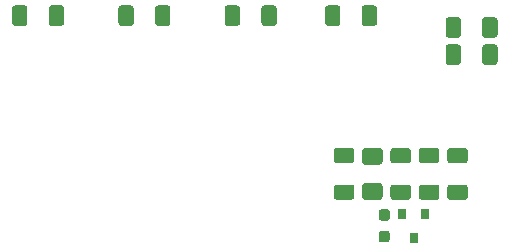
<source format=gbr>
%TF.GenerationSoftware,KiCad,Pcbnew,(5.1.9-0-10_14)*%
%TF.CreationDate,2021-05-02T07:47:22+01:00*%
%TF.ProjectId,Access,41636365-7373-42e6-9b69-6361645f7063,1*%
%TF.SameCoordinates,Original*%
%TF.FileFunction,Paste,Bot*%
%TF.FilePolarity,Positive*%
%FSLAX46Y46*%
G04 Gerber Fmt 4.6, Leading zero omitted, Abs format (unit mm)*
G04 Created by KiCad (PCBNEW (5.1.9-0-10_14)) date 2021-05-02 07:47:22*
%MOMM*%
%LPD*%
G01*
G04 APERTURE LIST*
%ADD10R,0.800000X0.900000*%
G04 APERTURE END LIST*
%TO.C,R10*%
G36*
G01*
X149612500Y-75112500D02*
X150087500Y-75112500D01*
G75*
G02*
X150325000Y-75350000I0J-237500D01*
G01*
X150325000Y-75850000D01*
G75*
G02*
X150087500Y-76087500I-237500J0D01*
G01*
X149612500Y-76087500D01*
G75*
G02*
X149375000Y-75850000I0J237500D01*
G01*
X149375000Y-75350000D01*
G75*
G02*
X149612500Y-75112500I237500J0D01*
G01*
G37*
G36*
G01*
X149612500Y-73287500D02*
X150087500Y-73287500D01*
G75*
G02*
X150325000Y-73525000I0J-237500D01*
G01*
X150325000Y-74025000D01*
G75*
G02*
X150087500Y-74262500I-237500J0D01*
G01*
X149612500Y-74262500D01*
G75*
G02*
X149375000Y-74025000I0J237500D01*
G01*
X149375000Y-73525000D01*
G75*
G02*
X149612500Y-73287500I237500J0D01*
G01*
G37*
%TD*%
%TO.C,D1*%
G36*
G01*
X149475000Y-69525000D02*
X148225000Y-69525000D01*
G75*
G02*
X147975000Y-69275000I0J250000D01*
G01*
X147975000Y-68350000D01*
G75*
G02*
X148225000Y-68100000I250000J0D01*
G01*
X149475000Y-68100000D01*
G75*
G02*
X149725000Y-68350000I0J-250000D01*
G01*
X149725000Y-69275000D01*
G75*
G02*
X149475000Y-69525000I-250000J0D01*
G01*
G37*
G36*
G01*
X149475000Y-72500000D02*
X148225000Y-72500000D01*
G75*
G02*
X147975000Y-72250000I0J250000D01*
G01*
X147975000Y-71325000D01*
G75*
G02*
X148225000Y-71075000I250000J0D01*
G01*
X149475000Y-71075000D01*
G75*
G02*
X149725000Y-71325000I0J-250000D01*
G01*
X149725000Y-72250000D01*
G75*
G02*
X149475000Y-72500000I-250000J0D01*
G01*
G37*
%TD*%
%TO.C,R11*%
G36*
G01*
X147075001Y-69400000D02*
X145824999Y-69400000D01*
G75*
G02*
X145575000Y-69150001I0J249999D01*
G01*
X145575000Y-68349999D01*
G75*
G02*
X145824999Y-68100000I249999J0D01*
G01*
X147075001Y-68100000D01*
G75*
G02*
X147325000Y-68349999I0J-249999D01*
G01*
X147325000Y-69150001D01*
G75*
G02*
X147075001Y-69400000I-249999J0D01*
G01*
G37*
G36*
G01*
X147075001Y-72500000D02*
X145824999Y-72500000D01*
G75*
G02*
X145575000Y-72250001I0J249999D01*
G01*
X145575000Y-71449999D01*
G75*
G02*
X145824999Y-71200000I249999J0D01*
G01*
X147075001Y-71200000D01*
G75*
G02*
X147325000Y-71449999I0J-249999D01*
G01*
X147325000Y-72250001D01*
G75*
G02*
X147075001Y-72500000I-249999J0D01*
G01*
G37*
%TD*%
%TO.C,R9*%
G36*
G01*
X151875001Y-69400000D02*
X150624999Y-69400000D01*
G75*
G02*
X150375000Y-69150001I0J249999D01*
G01*
X150375000Y-68349999D01*
G75*
G02*
X150624999Y-68100000I249999J0D01*
G01*
X151875001Y-68100000D01*
G75*
G02*
X152125000Y-68349999I0J-249999D01*
G01*
X152125000Y-69150001D01*
G75*
G02*
X151875001Y-69400000I-249999J0D01*
G01*
G37*
G36*
G01*
X151875001Y-72500000D02*
X150624999Y-72500000D01*
G75*
G02*
X150375000Y-72250001I0J249999D01*
G01*
X150375000Y-71449999D01*
G75*
G02*
X150624999Y-71200000I249999J0D01*
G01*
X151875001Y-71200000D01*
G75*
G02*
X152125000Y-71449999I0J-249999D01*
G01*
X152125000Y-72250001D01*
G75*
G02*
X151875001Y-72500000I-249999J0D01*
G01*
G37*
%TD*%
%TO.C,R8*%
G36*
G01*
X153024999Y-71200000D02*
X154275001Y-71200000D01*
G75*
G02*
X154525000Y-71449999I0J-249999D01*
G01*
X154525000Y-72250001D01*
G75*
G02*
X154275001Y-72500000I-249999J0D01*
G01*
X153024999Y-72500000D01*
G75*
G02*
X152775000Y-72250001I0J249999D01*
G01*
X152775000Y-71449999D01*
G75*
G02*
X153024999Y-71200000I249999J0D01*
G01*
G37*
G36*
G01*
X153024999Y-68100000D02*
X154275001Y-68100000D01*
G75*
G02*
X154525000Y-68349999I0J-249999D01*
G01*
X154525000Y-69150001D01*
G75*
G02*
X154275001Y-69400000I-249999J0D01*
G01*
X153024999Y-69400000D01*
G75*
G02*
X152775000Y-69150001I0J249999D01*
G01*
X152775000Y-68349999D01*
G75*
G02*
X153024999Y-68100000I249999J0D01*
G01*
G37*
%TD*%
%TO.C,R7*%
G36*
G01*
X155424999Y-71200000D02*
X156675001Y-71200000D01*
G75*
G02*
X156925000Y-71449999I0J-249999D01*
G01*
X156925000Y-72250001D01*
G75*
G02*
X156675001Y-72500000I-249999J0D01*
G01*
X155424999Y-72500000D01*
G75*
G02*
X155175000Y-72250001I0J249999D01*
G01*
X155175000Y-71449999D01*
G75*
G02*
X155424999Y-71200000I249999J0D01*
G01*
G37*
G36*
G01*
X155424999Y-68100000D02*
X156675001Y-68100000D01*
G75*
G02*
X156925000Y-68349999I0J-249999D01*
G01*
X156925000Y-69150001D01*
G75*
G02*
X156675001Y-69400000I-249999J0D01*
G01*
X155424999Y-69400000D01*
G75*
G02*
X155175000Y-69150001I0J249999D01*
G01*
X155175000Y-68349999D01*
G75*
G02*
X155424999Y-68100000I249999J0D01*
G01*
G37*
%TD*%
%TO.C,R4*%
G36*
G01*
X146150000Y-56274999D02*
X146150000Y-57525001D01*
G75*
G02*
X145900001Y-57775000I-249999J0D01*
G01*
X145099999Y-57775000D01*
G75*
G02*
X144850000Y-57525001I0J249999D01*
G01*
X144850000Y-56274999D01*
G75*
G02*
X145099999Y-56025000I249999J0D01*
G01*
X145900001Y-56025000D01*
G75*
G02*
X146150000Y-56274999I0J-249999D01*
G01*
G37*
G36*
G01*
X149250000Y-56274999D02*
X149250000Y-57525001D01*
G75*
G02*
X149000001Y-57775000I-249999J0D01*
G01*
X148199999Y-57775000D01*
G75*
G02*
X147950000Y-57525001I0J249999D01*
G01*
X147950000Y-56274999D01*
G75*
G02*
X148199999Y-56025000I249999J0D01*
G01*
X149000001Y-56025000D01*
G75*
G02*
X149250000Y-56274999I0J-249999D01*
G01*
G37*
%TD*%
%TO.C,R3*%
G36*
G01*
X121450000Y-57525001D02*
X121450000Y-56274999D01*
G75*
G02*
X121699999Y-56025000I249999J0D01*
G01*
X122500001Y-56025000D01*
G75*
G02*
X122750000Y-56274999I0J-249999D01*
G01*
X122750000Y-57525001D01*
G75*
G02*
X122500001Y-57775000I-249999J0D01*
G01*
X121699999Y-57775000D01*
G75*
G02*
X121450000Y-57525001I0J249999D01*
G01*
G37*
G36*
G01*
X118350000Y-57525001D02*
X118350000Y-56274999D01*
G75*
G02*
X118599999Y-56025000I249999J0D01*
G01*
X119400001Y-56025000D01*
G75*
G02*
X119650000Y-56274999I0J-249999D01*
G01*
X119650000Y-57525001D01*
G75*
G02*
X119400001Y-57775000I-249999J0D01*
G01*
X118599999Y-57775000D01*
G75*
G02*
X118350000Y-57525001I0J249999D01*
G01*
G37*
%TD*%
%TO.C,R2*%
G36*
G01*
X130450000Y-57525001D02*
X130450000Y-56274999D01*
G75*
G02*
X130699999Y-56025000I249999J0D01*
G01*
X131500001Y-56025000D01*
G75*
G02*
X131750000Y-56274999I0J-249999D01*
G01*
X131750000Y-57525001D01*
G75*
G02*
X131500001Y-57775000I-249999J0D01*
G01*
X130699999Y-57775000D01*
G75*
G02*
X130450000Y-57525001I0J249999D01*
G01*
G37*
G36*
G01*
X127350000Y-57525001D02*
X127350000Y-56274999D01*
G75*
G02*
X127599999Y-56025000I249999J0D01*
G01*
X128400001Y-56025000D01*
G75*
G02*
X128650000Y-56274999I0J-249999D01*
G01*
X128650000Y-57525001D01*
G75*
G02*
X128400001Y-57775000I-249999J0D01*
G01*
X127599999Y-57775000D01*
G75*
G02*
X127350000Y-57525001I0J249999D01*
G01*
G37*
%TD*%
%TO.C,R1*%
G36*
G01*
X139450000Y-57525001D02*
X139450000Y-56274999D01*
G75*
G02*
X139699999Y-56025000I249999J0D01*
G01*
X140500001Y-56025000D01*
G75*
G02*
X140750000Y-56274999I0J-249999D01*
G01*
X140750000Y-57525001D01*
G75*
G02*
X140500001Y-57775000I-249999J0D01*
G01*
X139699999Y-57775000D01*
G75*
G02*
X139450000Y-57525001I0J249999D01*
G01*
G37*
G36*
G01*
X136350000Y-57525001D02*
X136350000Y-56274999D01*
G75*
G02*
X136599999Y-56025000I249999J0D01*
G01*
X137400001Y-56025000D01*
G75*
G02*
X137650000Y-56274999I0J-249999D01*
G01*
X137650000Y-57525001D01*
G75*
G02*
X137400001Y-57775000I-249999J0D01*
G01*
X136599999Y-57775000D01*
G75*
G02*
X136350000Y-57525001I0J249999D01*
G01*
G37*
%TD*%
%TO.C,R6*%
G36*
G01*
X156350000Y-57274999D02*
X156350000Y-58525001D01*
G75*
G02*
X156100001Y-58775000I-249999J0D01*
G01*
X155299999Y-58775000D01*
G75*
G02*
X155050000Y-58525001I0J249999D01*
G01*
X155050000Y-57274999D01*
G75*
G02*
X155299999Y-57025000I249999J0D01*
G01*
X156100001Y-57025000D01*
G75*
G02*
X156350000Y-57274999I0J-249999D01*
G01*
G37*
G36*
G01*
X159450000Y-57274999D02*
X159450000Y-58525001D01*
G75*
G02*
X159200001Y-58775000I-249999J0D01*
G01*
X158399999Y-58775000D01*
G75*
G02*
X158150000Y-58525001I0J249999D01*
G01*
X158150000Y-57274999D01*
G75*
G02*
X158399999Y-57025000I249999J0D01*
G01*
X159200001Y-57025000D01*
G75*
G02*
X159450000Y-57274999I0J-249999D01*
G01*
G37*
%TD*%
%TO.C,R5*%
G36*
G01*
X158150000Y-60825001D02*
X158150000Y-59574999D01*
G75*
G02*
X158399999Y-59325000I249999J0D01*
G01*
X159200001Y-59325000D01*
G75*
G02*
X159450000Y-59574999I0J-249999D01*
G01*
X159450000Y-60825001D01*
G75*
G02*
X159200001Y-61075000I-249999J0D01*
G01*
X158399999Y-61075000D01*
G75*
G02*
X158150000Y-60825001I0J249999D01*
G01*
G37*
G36*
G01*
X155050000Y-60825001D02*
X155050000Y-59574999D01*
G75*
G02*
X155299999Y-59325000I249999J0D01*
G01*
X156100001Y-59325000D01*
G75*
G02*
X156350000Y-59574999I0J-249999D01*
G01*
X156350000Y-60825001D01*
G75*
G02*
X156100001Y-61075000I-249999J0D01*
G01*
X155299999Y-61075000D01*
G75*
G02*
X155050000Y-60825001I0J249999D01*
G01*
G37*
%TD*%
D10*
%TO.C,Q1*%
X152350000Y-75700000D03*
X153300000Y-73700000D03*
X151400000Y-73700000D03*
%TD*%
M02*

</source>
